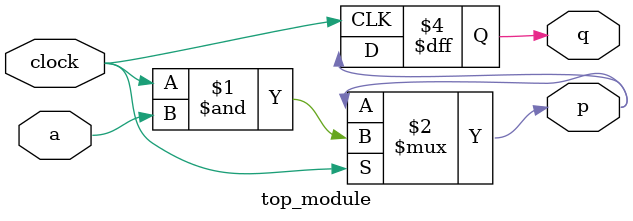
<source format=v>
module top_module (
    input clock,
    input a,
    output p,
    output q );
	assign p = clock ? clock&a : p;
    always @ (negedge clock) begin
       q <= p; 
    end
endmodule


</source>
